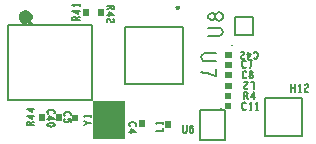
<source format=gto>
G04 ================== begin FILE IDENTIFICATION RECORD ==================*
G04 Layout Name:  C:/USERS/MSAHADAT3/DROPBOX/GATECH/ETDS_PCB/allegro/ETDS_CHIP_AN.brd*
G04 Film Name:    SILKSCREEN_TOP*
G04 File Format:  Gerber RS274X*
G04 File Origin:  Cadence Allegro 16.6-P004*
G04 Origin Date:  Thu Sep 11 12:01:08 2014*
G04 *
G04 Layer:  REF DES/SILKSCREEN_TOP*
G04 Layer:  PACKAGE GEOMETRY/SILKSCREEN_TOP*
G04 Layer:  BOARD GEOMETRY/SILKSCREEN_TOP*
G04 *
G04 Offset:    (0.00 0.00)*
G04 Mirror:    No*
G04 Mode:      Positive*
G04 Rotation:  0*
G04 FullContactRelief:  No*
G04 UndefLineWidth:     5.00*
G04 ================== end FILE IDENTIFICATION RECORD ====================*
%FSLAX25Y25*MOIN*%
%IR0*IPPOS*OFA0.00000B0.00000*MIA0B0*SFA1.00000B1.00000*%
%ADD10C,.005*%
G75*
%LPD*%
G75*
G36*
G01X759441Y1697800D02*
G03I-2341J0D01*
G37*
G36*
G01X761600Y1663200D02*
X763600D01*
Y1665400D01*
X761600D01*
Y1663200D01*
G37*
G36*
G01X769300Y1665500D02*
X767300D01*
Y1663300D01*
X769300D01*
Y1665500D01*
G37*
G36*
G01X774800Y1665300D02*
X772800D01*
Y1663100D01*
X774800D01*
Y1665300D01*
G37*
G36*
G01X779700Y1657300D02*
X790400D01*
Y1669900D01*
X779700D01*
Y1657300D01*
G37*
G36*
G01X783300Y1700500D02*
X781300D01*
Y1698300D01*
X783300D01*
Y1700500D01*
G37*
G36*
G01X776200Y1698300D02*
X778200D01*
Y1700500D01*
X776200D01*
Y1698300D01*
G37*
G36*
G01X797000Y1663400D02*
X795000D01*
Y1661200D01*
X797000D01*
Y1663400D01*
G37*
G36*
G01X803800Y1660900D02*
X805800D01*
Y1663100D01*
X803800D01*
Y1660900D01*
G37*
G36*
G01X808706Y1700900D02*
G03I-806J0D01*
G37*
G36*
G01X822697Y1667200D02*
G03I-447J0D01*
G37*
G36*
G01X823600Y1669050D02*
Y1667050D01*
X825800D01*
Y1669050D01*
X823600D01*
G37*
G36*
G01X825900Y1673900D02*
Y1675900D01*
X823700D01*
Y1673900D01*
X825900D01*
G37*
G36*
G01X823600Y1672600D02*
Y1670600D01*
X825800D01*
Y1672600D01*
X823600D01*
G37*
G36*
G01X823650Y1682850D02*
Y1680850D01*
X825850D01*
Y1682850D01*
X823650D01*
G37*
G36*
G01Y1679350D02*
Y1677350D01*
X825850D01*
Y1679350D01*
X823650D01*
G37*
G36*
G01X826361Y1688400D02*
G03I-361J0D01*
G37*
G36*
G01X825900Y1684250D02*
Y1686250D01*
X823700D01*
Y1684250D01*
X825900D01*
G37*
G54D10*
G01X779300Y1670300D02*
Y1695200D01*
Y1695300D01*
X779200D01*
X751400D01*
Y1670300D01*
X779300D01*
G01X760000Y1661767D02*
X757500D01*
Y1662433D01*
X757625Y1662647D01*
X757792Y1662780D01*
X758125Y1662833D01*
X758458Y1662780D01*
X758667Y1662620D01*
X758792Y1662433D01*
Y1661767D01*
G01Y1662433D02*
X760000Y1662833D01*
G01Y1664820D02*
X757500D01*
X759292Y1663833D01*
Y1665167D01*
G01X760000Y1667020D02*
X757500D01*
X759292Y1666033D01*
Y1667367D01*
G01X766692Y1665713D02*
X766817Y1665873D01*
X766900Y1666060D01*
Y1666273D01*
X766775Y1666513D01*
X766567Y1666700D01*
X766317Y1666833D01*
X765900Y1666940D01*
X765525Y1666967D01*
X765150Y1666913D01*
X764900Y1666833D01*
X764650Y1666673D01*
X764483Y1666487D01*
X764400Y1666300D01*
Y1666113D01*
X764483Y1665927D01*
X764608Y1665767D01*
X764775Y1665633D01*
G01X764400Y1663780D02*
X766900D01*
X765108Y1664767D01*
Y1663433D01*
G01X766900Y1661900D02*
X766817Y1662113D01*
X766608Y1662273D01*
X766358Y1662380D01*
X766025Y1662460D01*
X765650Y1662487D01*
X765275Y1662460D01*
X764942Y1662380D01*
X764692Y1662273D01*
X764483Y1662113D01*
X764400Y1661900D01*
X764483Y1661687D01*
X764692Y1661527D01*
X764942Y1661420D01*
X765275Y1661340D01*
X765650Y1661313D01*
X766025Y1661340D01*
X766358Y1661420D01*
X766608Y1661527D01*
X766817Y1661687D01*
X766900Y1661900D01*
G01X772192Y1665013D02*
X772317Y1665173D01*
X772400Y1665360D01*
Y1665573D01*
X772275Y1665813D01*
X772067Y1666000D01*
X771817Y1666133D01*
X771400Y1666240D01*
X771025Y1666267D01*
X770650Y1666213D01*
X770400Y1666133D01*
X770150Y1665973D01*
X769983Y1665787D01*
X769900Y1665600D01*
Y1665413D01*
X769983Y1665227D01*
X770108Y1665067D01*
X770275Y1664933D01*
G01Y1663987D02*
X770067Y1663827D01*
X769942Y1663640D01*
X769900Y1663400D01*
X769983Y1663160D01*
X770150Y1662973D01*
X770442Y1662840D01*
X770775Y1662813D01*
X771108Y1662867D01*
X771317Y1663000D01*
X771483Y1663187D01*
X771525Y1663373D01*
X771483Y1663560D01*
X771317Y1663800D01*
X772400Y1663720D01*
Y1663000D01*
G01X756167Y1696400D02*
X756300Y1696150D01*
X756460Y1695983D01*
X756647Y1695900D01*
X756860Y1695983D01*
X757020Y1696150D01*
X757180Y1696400D01*
X757233Y1696733D01*
Y1698400D01*
G01X758393Y1697983D02*
X758553Y1698233D01*
X758740Y1698358D01*
X758953Y1698400D01*
X759220Y1698317D01*
X759407Y1698108D01*
X759460Y1697858D01*
X759433Y1697608D01*
X759327Y1697400D01*
X758793Y1696983D01*
X758553Y1696692D01*
X758393Y1696275D01*
X758340Y1695900D01*
X759460D01*
G01X779000Y1662500D02*
X777875D01*
X776500Y1661967D01*
G01Y1663033D02*
X777875Y1662500D01*
G01X779000Y1664700D02*
X776500D01*
X777000Y1664380D01*
G01X779000D02*
Y1665020D01*
G01X784300Y1701633D02*
X786800D01*
Y1700967D01*
X786675Y1700753D01*
X786508Y1700620D01*
X786175Y1700567D01*
X785842Y1700620D01*
X785633Y1700780D01*
X785508Y1700967D01*
Y1701633D01*
G01Y1700967D02*
X784300Y1700567D01*
G01Y1698580D02*
X786800D01*
X785008Y1699567D01*
Y1698233D01*
G01X786383Y1697207D02*
X786633Y1697047D01*
X786758Y1696860D01*
X786800Y1696647D01*
X786717Y1696380D01*
X786508Y1696193D01*
X786258Y1696140D01*
X786008Y1696167D01*
X785800Y1696273D01*
X785383Y1696807D01*
X785092Y1697047D01*
X784675Y1697207D01*
X784300Y1697260D01*
Y1696140D01*
G01X775300Y1696867D02*
X772800D01*
Y1697533D01*
X772925Y1697747D01*
X773092Y1697880D01*
X773425Y1697933D01*
X773758Y1697880D01*
X773967Y1697720D01*
X774092Y1697533D01*
Y1696867D01*
G01Y1697533D02*
X775300Y1697933D01*
G01Y1699920D02*
X772800D01*
X774592Y1698933D01*
Y1700267D01*
G01X775300Y1701800D02*
X772800D01*
X773300Y1701480D01*
G01X775300D02*
Y1702120D01*
G01X800500Y1659867D02*
X803000D01*
Y1660933D01*
G01Y1662600D02*
X800500D01*
X801000Y1662280D01*
G01X803000D02*
Y1662920D01*
G01X793892Y1661513D02*
X794017Y1661673D01*
X794100Y1661860D01*
Y1662073D01*
X793975Y1662313D01*
X793767Y1662500D01*
X793517Y1662633D01*
X793100Y1662740D01*
X792725Y1662767D01*
X792350Y1662713D01*
X792100Y1662633D01*
X791850Y1662473D01*
X791683Y1662287D01*
X791600Y1662100D01*
Y1661913D01*
X791683Y1661727D01*
X791808Y1661567D01*
X791975Y1661433D01*
G01X791600Y1659580D02*
X794100D01*
X792308Y1660567D01*
Y1659233D01*
G01X790350Y1694650D02*
Y1675350D01*
X809650D01*
Y1694650D01*
X790350D01*
G01X809663Y1661700D02*
Y1659908D01*
X809770Y1659533D01*
X809983Y1659283D01*
X810250Y1659200D01*
X810517Y1659283D01*
X810730Y1659533D01*
X810837Y1659908D01*
Y1661700D01*
G01X811943Y1660242D02*
X812130Y1660533D01*
X812290Y1660700D01*
X812503Y1660783D01*
X812690Y1660700D01*
X812823Y1660533D01*
X812930Y1660283D01*
X812957Y1659992D01*
X812930Y1659742D01*
X812823Y1659492D01*
X812663Y1659283D01*
X812477Y1659200D01*
X812263Y1659283D01*
X812077Y1659533D01*
X811970Y1659908D01*
X811943Y1660325D01*
X811997Y1660867D01*
X812077Y1661158D01*
X812210Y1661450D01*
X812397Y1661658D01*
X812583Y1661700D01*
X812770Y1661617D01*
X812903Y1661408D01*
G01X815150Y1666700D02*
Y1656900D01*
X823550D01*
Y1666700D01*
X815150D01*
G01X820700Y1685793D02*
X817117D01*
X816367Y1685540D01*
X815867Y1685033D01*
X815700Y1684400D01*
X815867Y1683767D01*
X816367Y1683260D01*
X817117Y1683007D01*
X820700D01*
G01X815700Y1679427D02*
X816783Y1679300D01*
X817700Y1679110D01*
X818533Y1678857D01*
X819450Y1678540D01*
X820700Y1678033D01*
Y1680567D01*
G01X817900Y1691507D02*
X821483D01*
X822233Y1691760D01*
X822733Y1692267D01*
X822900Y1692900D01*
X822733Y1693533D01*
X822233Y1694040D01*
X821483Y1694293D01*
X817900D01*
G01X822900Y1698000D02*
X822817Y1698443D01*
X822567Y1698950D01*
X822150Y1699267D01*
X821567Y1699393D01*
X820983Y1699267D01*
X820483Y1698887D01*
X820233Y1698317D01*
Y1697683D01*
X820067Y1697303D01*
X819650Y1696987D01*
X819067Y1696860D01*
X818483Y1697050D01*
X818067Y1697493D01*
X817900Y1698000D01*
X818067Y1698507D01*
X818483Y1698950D01*
X819067Y1699140D01*
X819650Y1699013D01*
X820067Y1698697D01*
X820233Y1698317D01*
Y1697683D01*
X820483Y1697113D01*
X820983Y1696733D01*
X821567Y1696607D01*
X822150Y1696733D01*
X822567Y1697050D01*
X822817Y1697557D01*
X822900Y1698000D01*
G01X830537Y1669142D02*
X830377Y1669267D01*
X830190Y1669350D01*
X829977D01*
X829737Y1669225D01*
X829550Y1669017D01*
X829417Y1668767D01*
X829310Y1668350D01*
X829283Y1667975D01*
X829337Y1667600D01*
X829417Y1667350D01*
X829577Y1667100D01*
X829763Y1666933D01*
X829950Y1666850D01*
X830137D01*
X830323Y1666933D01*
X830483Y1667058D01*
X830617Y1667225D01*
G01X832150Y1666850D02*
Y1669350D01*
X831830Y1668850D01*
G01Y1666850D02*
X832470D01*
G01X834350D02*
Y1669350D01*
X834030Y1668850D01*
G01Y1666850D02*
X834670D01*
G01X833333Y1673800D02*
Y1676300D01*
X832267D01*
G01X831107Y1674217D02*
X830947Y1673967D01*
X830760Y1673842D01*
X830547Y1673800D01*
X830280Y1673883D01*
X830093Y1674092D01*
X830040Y1674342D01*
X830067Y1674592D01*
X830173Y1674800D01*
X830707Y1675217D01*
X830947Y1675508D01*
X831107Y1675925D01*
X831160Y1676300D01*
X830040D01*
G01X830117Y1670350D02*
Y1672850D01*
X830783D01*
X830997Y1672725D01*
X831130Y1672558D01*
X831183Y1672225D01*
X831130Y1671892D01*
X830970Y1671683D01*
X830783Y1671558D01*
X830117D01*
G01X830783D02*
X831183Y1670350D01*
G01X833170D02*
Y1672850D01*
X832183Y1671058D01*
X833517D01*
G01X833313Y1684008D02*
X833473Y1683883D01*
X833660Y1683800D01*
X833873D01*
X834113Y1683925D01*
X834300Y1684133D01*
X834433Y1684383D01*
X834540Y1684800D01*
X834567Y1685175D01*
X834513Y1685550D01*
X834433Y1685800D01*
X834273Y1686050D01*
X834087Y1686217D01*
X833900Y1686300D01*
X833713D01*
X833527Y1686217D01*
X833367Y1686092D01*
X833233Y1685925D01*
G01X831380Y1686300D02*
Y1683800D01*
X832367Y1685592D01*
X831033D01*
G01X830007Y1684217D02*
X829847Y1683967D01*
X829660Y1683842D01*
X829447Y1683800D01*
X829180Y1683883D01*
X828993Y1684092D01*
X828940Y1684342D01*
X828967Y1684592D01*
X829073Y1684800D01*
X829607Y1685217D01*
X829847Y1685508D01*
X830007Y1685925D01*
X830060Y1686300D01*
X828940D01*
G01X830537Y1683142D02*
X830377Y1683267D01*
X830190Y1683350D01*
X829977D01*
X829737Y1683225D01*
X829550Y1683017D01*
X829417Y1682767D01*
X829310Y1682350D01*
X829283Y1681975D01*
X829337Y1681600D01*
X829417Y1681350D01*
X829577Y1681100D01*
X829763Y1680933D01*
X829950Y1680850D01*
X830137D01*
X830323Y1680933D01*
X830483Y1681058D01*
X830617Y1681225D01*
G01X832097Y1680850D02*
X832150Y1681392D01*
X832230Y1681850D01*
X832337Y1682267D01*
X832470Y1682725D01*
X832683Y1683350D01*
X831617D01*
G01X830737Y1679642D02*
X830577Y1679767D01*
X830390Y1679850D01*
X830177D01*
X829937Y1679725D01*
X829750Y1679517D01*
X829617Y1679267D01*
X829510Y1678850D01*
X829483Y1678475D01*
X829537Y1678100D01*
X829617Y1677850D01*
X829777Y1677600D01*
X829963Y1677433D01*
X830150Y1677350D01*
X830337D01*
X830523Y1677433D01*
X830683Y1677558D01*
X830817Y1677725D01*
G01X832350Y1677350D02*
X832537Y1677392D01*
X832750Y1677517D01*
X832883Y1677725D01*
X832937Y1678017D01*
X832883Y1678308D01*
X832723Y1678558D01*
X832483Y1678683D01*
X832217D01*
X832057Y1678767D01*
X831923Y1678975D01*
X831870Y1679267D01*
X831950Y1679558D01*
X832137Y1679767D01*
X832350Y1679850D01*
X832563Y1679767D01*
X832750Y1679558D01*
X832830Y1679267D01*
X832777Y1678975D01*
X832643Y1678767D01*
X832483Y1678683D01*
X832217D01*
X831977Y1678558D01*
X831817Y1678308D01*
X831763Y1678017D01*
X831817Y1677725D01*
X831950Y1677517D01*
X832163Y1677392D01*
X832350Y1677350D01*
G01X832900Y1692000D02*
Y1698000D01*
X826900D01*
Y1692000D01*
X832900D01*
G01X836950Y1670700D02*
Y1658300D01*
X849350D01*
Y1670700D01*
X836950D01*
G01X845790Y1673000D02*
Y1675500D01*
G01X846910D02*
Y1673000D01*
G01Y1674250D02*
X845790D01*
G01X848550Y1673000D02*
Y1675500D01*
X848230Y1675000D01*
G01Y1673000D02*
X848870D01*
G01X850243Y1675083D02*
X850403Y1675333D01*
X850590Y1675458D01*
X850803Y1675500D01*
X851070Y1675417D01*
X851257Y1675208D01*
X851310Y1674958D01*
X851283Y1674708D01*
X851177Y1674500D01*
X850643Y1674083D01*
X850403Y1673792D01*
X850243Y1673375D01*
X850190Y1673000D01*
X851310D01*
M02*

</source>
